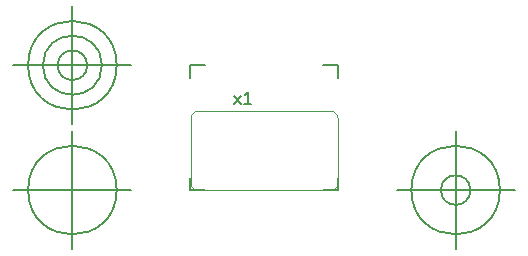
<source format=gbr>
G04 Generated by Ultiboard 11.0 *
%FSLAX25Y25*%
%MOIN*%

%ADD10C,0.00612*%
%ADD11C,0.00005*%
%ADD12C,0.00500*%


G04 ColorRGB FFFF00 for the following layer *
%LNSilkscreen Top*%
%LPD*%
%FSLAX25Y25*%
%MOIN*%
G54D10*
X24864Y39425D02*
X27216Y42181D01*
X24864Y42181D02*
X27216Y39425D01*
X28784Y42575D02*
X29568Y43362D01*
X29568Y43362D02*
X29568Y39425D01*
X28392Y39425D02*
X30744Y39425D01*
G54D11*
X57000Y10750D02*
X57391Y10781D01*
X57391Y10781D02*
X57773Y10872D01*
X57773Y10872D02*
X58135Y11022D01*
X58135Y11022D02*
X58469Y11227D01*
X58469Y11227D02*
X58768Y11482D01*
X58768Y11482D02*
X59023Y11781D01*
X59023Y11781D02*
X59228Y12115D01*
X59228Y12115D02*
X59378Y12477D01*
X59378Y12477D02*
X59469Y12859D01*
X59469Y12859D02*
X59500Y13250D01*
X59500Y13250D02*
X59500Y34750D01*
X59500Y34750D02*
X59469Y35141D01*
X59469Y35141D02*
X59378Y35523D01*
X59378Y35523D02*
X59228Y35885D01*
X59228Y35885D02*
X59023Y36219D01*
X59023Y36219D02*
X58768Y36518D01*
X58768Y36518D02*
X58469Y36773D01*
X58469Y36773D02*
X58135Y36978D01*
X58135Y36978D02*
X57773Y37128D01*
X57773Y37128D02*
X57391Y37219D01*
X57391Y37219D02*
X57000Y37250D01*
X57000Y37250D02*
X13000Y37250D01*
X13000Y37250D02*
X12609Y37219D01*
X12609Y37219D02*
X12227Y37128D01*
X12227Y37128D02*
X11865Y36978D01*
X11865Y36978D02*
X11531Y36773D01*
X11531Y36773D02*
X11232Y36518D01*
X11232Y36518D02*
X10977Y36219D01*
X10977Y36219D02*
X10772Y35885D01*
X10772Y35885D02*
X10622Y35523D01*
X10622Y35523D02*
X10531Y35141D01*
X10531Y35141D02*
X10500Y34750D01*
X10500Y34750D02*
X10500Y13250D01*
X10500Y13250D02*
X10531Y12859D01*
X10531Y12859D02*
X10622Y12477D01*
X10622Y12477D02*
X10772Y12115D01*
X10772Y12115D02*
X10977Y11781D01*
X10977Y11781D02*
X11232Y11482D01*
X11232Y11482D02*
X11531Y11227D01*
X11531Y11227D02*
X11865Y11022D01*
X11865Y11022D02*
X12227Y10872D01*
X12227Y10872D02*
X12609Y10781D01*
X12609Y10781D02*
X13000Y10750D01*
X13000Y10750D02*
X57000Y10750D01*
G54D12*
X10498Y10748D02*
X10498Y14908D01*
X10498Y10748D02*
X15398Y10748D01*
X59503Y10748D02*
X54602Y10748D01*
X59503Y10748D02*
X59503Y14908D01*
X59503Y52353D02*
X59503Y48192D01*
X59503Y52353D02*
X54602Y52353D01*
X10498Y52353D02*
X15398Y52353D01*
X10498Y52353D02*
X10498Y48192D01*
X-9188Y10748D02*
X-48558Y10748D01*
X-28873Y-8938D02*
X-28873Y30433D01*
X-43636Y10748D02*
G75*
D01*
G02X-43636Y10748I14764J0*
G01*
X79188Y10748D02*
X118558Y10748D01*
X98873Y-8938D02*
X98873Y30433D01*
X84109Y10748D02*
G75*
D01*
G02X84109Y10748I14764J0*
G01*
X93951Y10748D02*
G75*
D01*
G02X93951Y10748I4921J0*
G01*
X-9188Y52353D02*
X-48558Y52353D01*
X-28873Y32668D02*
X-28873Y72038D01*
X-43636Y52353D02*
G75*
D01*
G02X-43636Y52353I14764J0*
G01*
X-38715Y52353D02*
G75*
D01*
G02X-38715Y52353I9843J0*
G01*
X-33794Y52353D02*
G75*
D01*
G02X-33794Y52353I4921J0*
G01*

M00*

</source>
